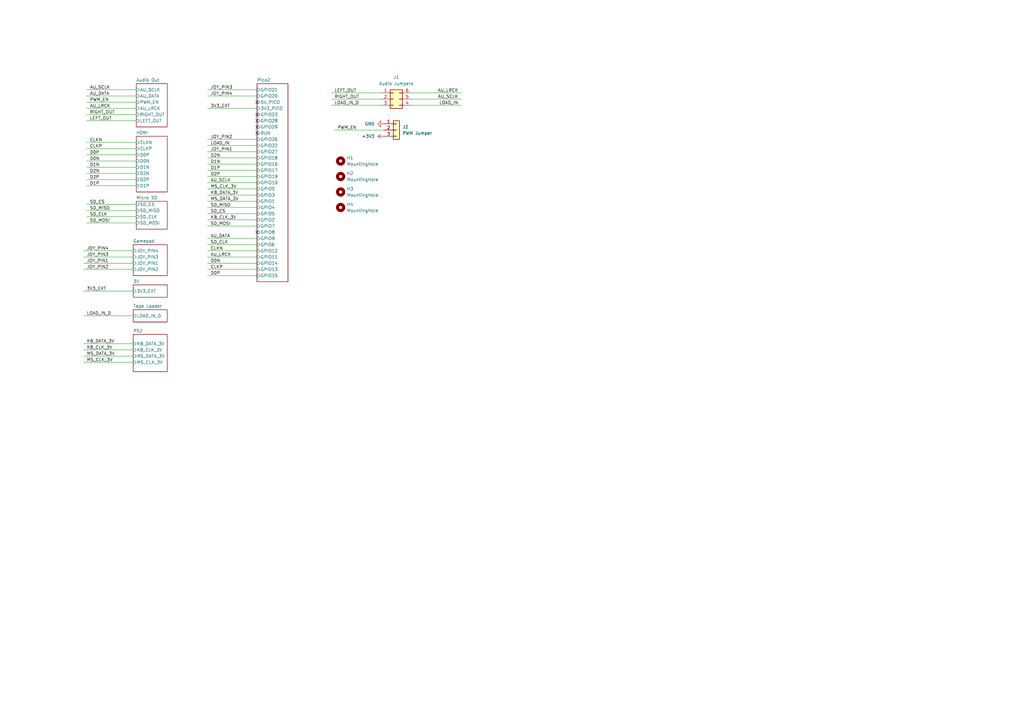
<source format=kicad_sch>
(kicad_sch (version 20231120) (generator "eeschema") (generator_version "8.0")
  (paper "A3")
  (title_block (title "Valera") (date "2025-01-08") (rev "1.0") (company "Mikhail Matveev") (comment 1 "https://github.com/xtremespb/valera"))
  (lib_symbols
    (symbol "Connector_Generic:Conn_01x03" (pin_names (offset 1.016) hide)
      (property "Reference" "J" (at 0 5.08 0))
      (property "Value" "Conn_01x03" (at 0 -5.08 0))
      (symbol "Conn_01x03_1_1"
        (rectangle (start -1.27 -2.413) (end 0 -2.667) (stroke (width 0.1524)))
        (rectangle (start -1.27 0.127) (end 0 -0.127) (stroke (width 0.1524)))
        (rectangle (start -1.27 2.667) (end 0 2.413) (stroke (width 0.1524)))
        (rectangle (start -1.27 3.81) (end 1.27 -3.81) (stroke (width 0.254)) (fill (type background)))
        (pin passive line (at -5.08 2.54 0) (length 3.81) (name "Pin_1") (number "1"))
        (pin passive line (at -5.08 0 0) (length 3.81) (name "Pin_2") (number "2"))
        (pin passive line (at -5.08 -2.54 0) (length 3.81) (name "Pin_3") (number "3"))
      )
    )
    (symbol "Connector_Generic:Conn_02x03_Counter_Clockwise" (pin_names (offset 1.016) hide)
      (property "Reference" "J" (at 1.27 5.08 0))
      (property "Value" "Conn_02x03_Counter_Clockwise" (at 1.27 -5.08 0))
      (symbol "Conn_02x03_Counter_Clockwise_1_1"
        (rectangle (start -1.27 -2.413) (end 0 -2.667) (stroke (width 0.1524)))
        (rectangle (start -1.27 0.127) (end 0 -0.127) (stroke (width 0.1524)))
        (rectangle (start -1.27 2.667) (end 0 2.413) (stroke (width 0.1524)))
        (rectangle (start -1.27 3.81) (end 3.81 -3.81) (stroke (width 0.254)) (fill (type background)))
        (rectangle (start 3.81 -2.413) (end 2.54 -2.667) (stroke (width 0.1524)))
        (rectangle (start 3.81 0.127) (end 2.54 -0.127) (stroke (width 0.1524)))
        (rectangle (start 3.81 2.667) (end 2.54 2.413) (stroke (width 0.1524)))
        (pin passive line (at -5.08 2.54 0) (length 3.81) (name "Pin_1") (number "1"))
        (pin passive line (at -5.08 0 0) (length 3.81) (name "Pin_2") (number "2"))
        (pin passive line (at -5.08 -2.54 0) (length 3.81) (name "Pin_3") (number "3"))
        (pin passive line (at 7.62 -2.54 180) (length 3.81) (name "Pin_4") (number "4"))
        (pin passive line (at 7.62 0 180) (length 3.81) (name "Pin_5") (number "5"))
        (pin passive line (at 7.62 2.54 180) (length 3.81) (name "Pin_6") (number "6"))
      )
    )
    (symbol "Mechanical:MountingHole" (pin_names (offset 1.016)) (exclude_from_sim yes) (in_bom no)
      (property "Reference" "H" (at 0 5.08 0))
      (property "Value" "MountingHole" (at 0 3.175 0))
      (symbol "MountingHole_0_1"
        (circle (center 0 0) (radius 1.27) (stroke (width 1.27)))
      )
    )
    (symbol "power:+3V3" (power) (pin_numbers hide) (pin_names (offset 0) hide)
      (property "Value" "+3V3" (at 0 3.556 0))
      (symbol "+3V3_0_1"
        (polyline (pts (xy -0.762 1.27) (xy 0 2.54)))
        (polyline (pts (xy 0 0) (xy 0 2.54)))
        (polyline (pts (xy 0 2.54) (xy 0.762 1.27)))
      )
      (symbol "+3V3_1_1"
        (pin power_in line (at 0 0 90) (length 0) (name "~") (number "1"))
      )
    )
    (symbol "power:GND" (power) (pin_numbers hide) (pin_names (offset 0) hide)
      (property "Value" "GND" (at 0 -3.81 0))
      (symbol "GND_0_1"
        (polyline (pts (xy 0 0) (xy 0 -1.27) (xy 1.27 -1.27) (xy 0 -2.54) (xy -1.27 -1.27) (xy 0 -1.27)))
      )
      (symbol "GND_1_1"
        (pin power_in line (at 0 0 270) (length 0) (name "~") (number "1"))
      )
    )
  )
  (no_connect (at 105.41 52.07))
  (no_connect (at 105.41 46.99))
  (no_connect (at 105.41 49.53))
  (no_connect (at 105.41 54.61))
  (no_connect (at 105.41 95.25))
  (no_connect (at 105.41 41.91))
  (wire (pts (xy 85.09 80.01) (xy 105.41 80.01)))
  (wire (pts (xy 85.09 44.45) (xy 105.41 44.45)))
  (wire (pts (xy 85.09 72.39) (xy 105.41 72.39)))
  (wire (pts (xy 34.29 129.54) (xy 54.61 129.54)))
  (wire (pts (xy 35.56 49.53) (xy 55.88 49.53)))
  (wire (pts (xy 35.56 36.83) (xy 55.88 36.83)))
  (wire (pts (xy 85.09 62.23) (xy 105.41 62.23)))
  (wire (pts (xy 34.29 148.59) (xy 54.61 148.59)))
  (wire (pts (xy 35.56 76.2) (xy 55.88 76.2)))
  (wire (pts (xy 85.09 69.85) (xy 105.41 69.85)))
  (wire (pts (xy 35.56 86.36) (xy 55.88 86.36)))
  (wire (pts (xy 85.09 102.87) (xy 105.41 102.87)))
  (wire (pts (xy 35.56 91.44) (xy 55.88 91.44)))
  (wire (pts (xy 35.56 88.9) (xy 55.88 88.9)))
  (wire (pts (xy 85.09 113.03) (xy 105.41 113.03)))
  (wire (pts (xy 35.56 63.5) (xy 55.88 63.5)))
  (wire (pts (xy 85.09 105.41) (xy 105.41 105.41)))
  (wire (pts (xy 85.09 110.49) (xy 105.41 110.49)))
  (wire (pts (xy 34.29 140.97) (xy 54.61 140.97)))
  (wire (pts (xy 34.29 119.38) (xy 54.61 119.38)))
  (wire (pts (xy 35.56 41.91) (xy 55.88 41.91)))
  (wire (pts (xy 85.09 64.77) (xy 105.41 64.77)))
  (wire (pts (xy 85.09 77.47) (xy 105.41 77.47)))
  (wire (pts (xy 85.09 39.37) (xy 105.41 39.37)))
  (wire (pts (xy 189.23 40.64) (xy 168.91 40.64)))
  (wire (pts (xy 34.29 143.51) (xy 54.61 143.51)))
  (wire (pts (xy 137.16 53.34) (xy 157.48 53.34)))
  (wire (pts (xy 35.56 39.37) (xy 55.88 39.37)))
  (wire (pts (xy 35.56 71.12) (xy 55.88 71.12)))
  (wire (pts (xy 85.09 57.15) (xy 105.41 57.15)))
  (wire (pts (xy 85.09 92.71) (xy 105.41 92.71)))
  (wire (pts (xy 34.29 107.95) (xy 54.61 107.95)))
  (wire (pts (xy 85.09 59.69) (xy 105.41 59.69)))
  (wire (pts (xy 34.29 105.41) (xy 54.61 105.41)))
  (wire (pts (xy 189.23 43.18) (xy 168.91 43.18)))
  (wire (pts (xy 135.89 43.18) (xy 156.21 43.18)))
  (wire (pts (xy 35.56 73.66) (xy 55.88 73.66)))
  (wire (pts (xy 34.29 110.49) (xy 54.61 110.49)))
  (wire (pts (xy 35.56 44.45) (xy 55.88 44.45)))
  (wire (pts (xy 85.09 82.55) (xy 105.41 82.55)))
  (wire (pts (xy 35.56 83.82) (xy 55.88 83.82)))
  (wire (pts (xy 34.29 146.05) (xy 54.61 146.05)))
  (wire (pts (xy 34.29 102.87) (xy 54.61 102.87)))
  (wire (pts (xy 135.89 40.64) (xy 156.21 40.64)))
  (wire (pts (xy 85.09 67.31) (xy 105.41 67.31)))
  (wire (pts (xy 35.56 68.58) (xy 55.88 68.58)))
  (wire (pts (xy 85.09 36.83) (xy 105.41 36.83)))
  (wire (pts (xy 85.09 90.17) (xy 105.41 90.17)))
  (wire (pts (xy 189.23 38.1) (xy 168.91 38.1)))
  (wire (pts (xy 35.56 66.04) (xy 55.88 66.04)))
  (wire (pts (xy 135.89 38.1) (xy 156.21 38.1)))
  (wire (pts (xy 35.56 46.99) (xy 55.88 46.99)))
  (wire (pts (xy 35.56 58.42) (xy 55.88 58.42)))
  (wire (pts (xy 85.09 107.95) (xy 105.41 107.95)))
  (wire (pts (xy 35.56 60.96) (xy 55.88 60.96)))
  (wire (pts (xy 85.09 74.93) (xy 105.41 74.93)))
  (wire (pts (xy 85.09 87.63) (xy 105.41 87.63)))
  (wire (pts (xy 85.09 100.33) (xy 105.41 100.33)))
  (wire (pts (xy 85.09 97.79) (xy 105.41 97.79)))
  (wire (pts (xy 85.09 85.09) (xy 105.41 85.09)))
  (label "D1N" (at 36.83 68.58 0))
  (label "LOAD_IN_D" (at 35.56 129.54 0))
  (label "LEFT_OUT" (at 137.16 38.1 0))
  (label "RIGHT_OUT" (at 137.16 40.64 0))
  (label "D2N" (at 36.83 71.12 0))
  (label "AU_DATA" (at 86.36 97.79 0))
  (label "SD_MISO" (at 86.36 85.09 0))
  (label "JOY_PIN1" (at 35.56 107.95 0))
  (label "CLKN" (at 86.36 102.87 0))
  (label "CLKP" (at 36.83 60.96 0))
  (label "KB_CLK_3V" (at 86.36 90.17 0))
  (label "AU_LRCK" (at 86.36 105.41 0))
  (label "SD_CLK" (at 36.83 88.9 0))
  (label "AU_DATA" (at 36.83 39.37 0))
  (label "LOAD_IN" (at 187.96 43.18 180))
  (label "JOY_PIN3" (at 35.56 105.41 0))
  (label "AU_SCLK" (at 187.96 40.64 180))
  (label "D0P" (at 36.83 63.5 0))
  (label "RIGHT_OUT" (at 36.83 46.99 0))
  (label "SD_CS" (at 36.83 83.82 0))
  (label "KB_DATA_3V" (at 35.56 140.97 0))
  (label "CLKP" (at 86.36 110.49 0))
  (label "3V3_EXT" (at 35.56 119.38 0))
  (label "KB_CLK_3V" (at 35.56 143.51 0))
  (label "SD_MOSI" (at 36.83 91.44 0))
  (label "D0N" (at 36.83 66.04 0))
  (label "LOAD_IN" (at 86.36 59.69 0))
  (label "PWM_EN" (at 36.83 41.91 0))
  (label "JOY_PIN3" (at 86.36 36.83 0))
  (label "MS_DATA_3V" (at 86.36 82.55 0))
  (label "3V3_EXT" (at 86.36 44.45 0))
  (label "PWM_EN" (at 138.43 53.34 0))
  (label "SD_CLK" (at 86.36 100.33 0))
  (label "AU_SCLK" (at 86.36 74.93 0))
  (label "KB_DATA_3V" (at 86.36 80.01 0))
  (label "D0P" (at 86.36 113.03 0))
  (label "SD_CS" (at 86.36 87.63 0))
  (label "JOY_PIN1" (at 86.36 62.23 0))
  (label "LOAD_IN_D" (at 137.16 43.18 0))
  (label "AU_LRCK" (at 187.96 38.1 180))
  (label "JOY_PIN4" (at 35.56 102.87 0))
  (label "D2P" (at 36.83 73.66 0))
  (label "D1N" (at 86.36 67.31 0))
  (label "JOY_PIN2" (at 86.36 57.15 0))
  (label "SD_MOSI" (at 86.36 92.71 0))
  (label "MS_DATA_3V" (at 35.56 146.05 0))
  (label "JOY_PIN2" (at 35.56 110.49 0))
  (label "JOY_PIN4" (at 86.36 39.37 0))
  (label "D2P" (at 86.36 72.39 0))
  (label "D1P" (at 36.83 76.2 0))
  (label "LEFT_OUT" (at 36.83 49.53 0))
  (label "CLKN" (at 36.83 58.42 0))
  (label "D0N" (at 86.36 107.95 0))
  (label "AU_SCLK" (at 36.83 36.83 0))
  (label "D2N" (at 86.36 64.77 0))
  (label "SD_MISO" (at 36.83 86.36 0))
  (label "D1P" (at 86.36 69.85 0))
  (label "AU_LRCK" (at 36.83 44.45 0))
  (label "MS_CLK_3V" (at 86.36 77.47 0))
  (label "MS_CLK_3V" (at 35.56 148.59 0))
  (symbol (lib_id "Mechanical:MountingHole") (at 139.7 78.74 0) (unit 1) (exclude_from_sim yes) (in_bom no)
    (property "Reference" "H3" (at 142.24 77.4699 0) (effects (justify left)))
    (property "Value" "MountingHole" (at 142.24 80.0099 0) (effects (justify left)))
    (property "Footprint" "LIBS:MountingHole_2.7" (effects (hide yes)))
    (property "Description" "Mounting Hole without connection" (effects (hide yes)))
  )
  (symbol (lib_id "power:+3V3") (at 157.48 55.88 90) (unit 1)
    (property "Reference" "#PWR02" (effects (hide yes)))
    (property "Value" "+3V3" (at 153.67 55.8799 90) (effects (justify left)))
    (property "Description" "Power symbol creates a global label with name \"+3V3\"" (effects (hide yes)))
  )
  (symbol (lib_id "Connector_Generic:Conn_01x03") (at 162.56 53.34 0) (unit 1)
    (property "Reference" "J2" (at 165.1 52.0699 0) (effects (justify left)))
    (property "Value" "PWM Jumper" (at 165.1 54.6099 0) (effects (justify left)))
    (property "Footprint" "LIBS:PinHeader_1x03" (effects (hide yes)))
    (property "Description" "Generic connector, single row, 01x03, script generated (kicad-library-utils/schlib/autogen/connector/)" (effects (hide yes)))
  )
  (symbol (lib_id "Connector_Generic:Conn_02x03_Counter_Clockwise") (at 161.29 40.64 0) (unit 1)
    (property "Reference" "J1" (at 162.56 31.75 0))
    (property "Value" "Audio Jumpers" (at 162.56 34.29 0))
    (property "Footprint" "LIBS:PinHeader_2x03" (effects (hide yes)))
    (property "Description" "Generic connector, double row, 02x03, counter clockwise pin numbering scheme (similar to DIP package numbering), script generated (kicad-library-utils/schlib/autogen/connector/)" (effects (hide yes)))
  )
  (symbol (lib_id "Mechanical:MountingHole") (at 139.7 85.09 0) (unit 1) (exclude_from_sim yes) (in_bom no)
    (property "Reference" "H4" (at 142.24 83.8199 0) (effects (justify left)))
    (property "Value" "MountingHole" (at 142.24 86.3599 0) (effects (justify left)))
    (property "Footprint" "LIBS:MountingHole_2.7" (effects (hide yes)))
    (property "Description" "Mounting Hole without connection" (effects (hide yes)))
  )
  (symbol (lib_id "Mechanical:MountingHole") (at 139.7 66.04 0) (unit 1) (exclude_from_sim yes) (in_bom no)
    (property "Reference" "H1" (at 142.24 64.7699 0) (effects (justify left)))
    (property "Value" "MountingHole" (at 142.24 67.3099 0) (effects (justify left)))
    (property "Footprint" "LIBS:MountingHole_2.7" (effects (hide yes)))
    (property "Description" "Mounting Hole without connection" (effects (hide yes)))
  )
  (symbol (lib_id "power:GND") (at 157.48 50.8 270) (unit 1)
    (property "Reference" "#PWR01" (effects (hide yes)))
    (property "Value" "GND" (at 153.67 50.7999 90) (effects (justify right)))
    (property "Description" "Power symbol creates a global label with name \"GND\" , ground" (effects (hide yes)))
  )
  (symbol (lib_id "Mechanical:MountingHole") (at 139.7 72.39 0) (unit 1) (exclude_from_sim yes) (in_bom no)
    (property "Reference" "H2" (at 142.24 71.1199 0) (effects (justify left)))
    (property "Value" "MountingHole" (at 142.24 73.6599 0) (effects (justify left)))
    (property "Footprint" "LIBS:MountingHole_2.7" (effects (hide yes)))
    (property "Description" "Mounting Hole without connection" (effects (hide yes)))
  )
  (sheet (at 54.61 100.33) (size 13.97 12.7) (stroke (width 0.1524))
    (property "Sheetname" "Gamepad" (at 54.61 99.6184 0) (effects (justify left bottom)))
    (property "Sheetfile" "gamepad.kicad_sch" (effects (hide yes)))
    (pin "JOY_PIN4" input (at 54.61 102.87 180))
    (pin "JOY_PIN3" input (at 54.61 105.41 180))
    (pin "JOY_PIN1" input (at 54.61 107.95 180))
    (pin "JOY_PIN2" input (at 54.61 110.49 180))
  )
  (sheet (at 55.88 55.88) (size 12.7 22.86) (stroke (width 0.1524))
    (property "Sheetname" "HDMI" (at 55.88 55.1684 0) (effects (justify left bottom)))
    (property "Sheetfile" "hdmi.kicad_sch" (effects (hide yes)))
    (pin "CLKN" input (at 55.88 58.42 180))
    (pin "CLKP" input (at 55.88 60.96 180))
    (pin "D0P" input (at 55.88 63.5 180))
    (pin "D0N" input (at 55.88 66.04 180))
    (pin "D1N" input (at 55.88 68.58 180))
    (pin "D2N" input (at 55.88 71.12 180))
    (pin "D2P" input (at 55.88 73.66 180))
    (pin "D1P" input (at 55.88 76.2 180))
  )
  (sheet (at 54.61 127) (size 13.97 5.08) (stroke (width 0.1524))
    (property "Sheetname" "Tape Loader" (at 54.61 126.2884 0) (effects (justify left bottom)))
    (property "Sheetfile" "tape.kicad_sch" (effects (hide yes)))
    (pin "LOAD_IN_D" input (at 54.61 129.54 180))
  )
  (sheet (at 54.61 137.16) (size 13.97 15.24) (stroke (width 0.1524))
    (property "Sheetname" "PS2" (at 54.61 136.4484 0) (effects (justify left bottom)))
    (property "Sheetfile" "ps2.kicad_sch" (effects (hide yes)))
    (pin "KB_DATA_3V" input (at 54.61 140.97 180))
    (pin "KB_CLK_3V" input (at 54.61 143.51 180))
    (pin "MS_DATA_3V" input (at 54.61 146.05 180))
    (pin "MS_CLK_3V" input (at 54.61 148.59 180))
  )
  (sheet (at 55.88 82.55) (size 12.7 11.43) (stroke (width 0.1524))
    (property "Sheetname" "Micro SD" (at 55.88 81.8384 0) (effects (justify left bottom)))
    (property "Sheetfile" "microsd.kicad_sch" (effects (hide yes)))
    (pin "SD_CS" input (at 55.88 83.82 180))
    (pin "SD_MISO" input (at 55.88 86.36 180))
    (pin "SD_CLK" input (at 55.88 88.9 180))
    (pin "SD_MOSI" input (at 55.88 91.44 180))
  )
  (sheet (at 55.88 34.29) (size 12.7 17.78) (stroke (width 0.1524))
    (property "Sheetname" "Audio Out" (at 55.88 33.5784 0) (effects (justify left bottom)))
    (property "Sheetfile" "audio_out.kicad_sch" (effects (hide yes)))
    (pin "AU_SCLK" input (at 55.88 36.83 180))
    (pin "AU_DATA" input (at 55.88 39.37 180))
    (pin "PWM_EN" input (at 55.88 41.91 180))
    (pin "AU_LRCK" input (at 55.88 44.45 180))
    (pin "RIGHT_OUT" input (at 55.88 46.99 180))
    (pin "LEFT_OUT" input (at 55.88 49.53 180))
  )
  (sheet (at 54.61 116.84) (size 13.97 5.08) (stroke (width 0.1524))
    (property "Sheetname" "3V" (at 54.61 116.1284 0) (effects (justify left bottom)))
    (property "Sheetfile" "3v.kicad_sch" (effects (hide yes)))
    (pin "3V3_EXT" input (at 54.61 119.38 180))
  )
  (sheet (at 105.41 34.29) (size 12.7 81.28) (stroke (width 0.1524))
    (property "Sheetname" "Pico2" (at 105.41 33.5784 0) (effects (justify left bottom)))
    (property "Sheetfile" "pico2.kicad_sch" (effects (hide yes)))
    (pin "GPIO21" input (at 105.41 36.83 180))
    (pin "GPIO20" input (at 105.41 39.37 180))
    (pin "5V_PICO" input (at 105.41 41.91 180))
    (pin "3V3_PICO" input (at 105.41 44.45 180))
    (pin "GPIO23" input (at 105.41 46.99 180))
    (pin "GPIO28" input (at 105.41 49.53 180))
    (pin "GPIO29" input (at 105.41 52.07 180))
    (pin "RUN" input (at 105.41 54.61 180))
    (pin "GPIO26" input (at 105.41 57.15 180))
    (pin "GPIO22" input (at 105.41 59.69 180))
    (pin "GPIO27" input (at 105.41 62.23 180))
    (pin "GPIO18" input (at 105.41 64.77 180))
    (pin "GPIO16" input (at 105.41 67.31 180))
    (pin "GPIO17" input (at 105.41 69.85 180))
    (pin "GPIO19" input (at 105.41 72.39 180))
    (pin "GPIO10" input (at 105.41 74.93 180))
    (pin "GPIO0" input (at 105.41 77.47 180))
    (pin "GPIO3" input (at 105.41 80.01 180))
    (pin "GPIO1" input (at 105.41 82.55 180))
    (pin "GPIO4" input (at 105.41 85.09 180))
    (pin "GPIO5" input (at 105.41 87.63 180))
    (pin "GPIO2" input (at 105.41 90.17 180))
    (pin "GPIO7" input (at 105.41 92.71 180))
    (pin "GPIO8" input (at 105.41 95.25 180))
    (pin "GPIO9" input (at 105.41 97.79 180))
    (pin "GPIO6" input (at 105.41 100.33 180))
    (pin "GPIO12" input (at 105.41 102.87 180))
    (pin "GPIO11" input (at 105.41 105.41 180))
    (pin "GPIO14" input (at 105.41 107.95 180))
    (pin "GPIO13" input (at 105.41 110.49 180))
    (pin "GPIO15" input (at 105.41 113.03 180))
  )
)
</source>
